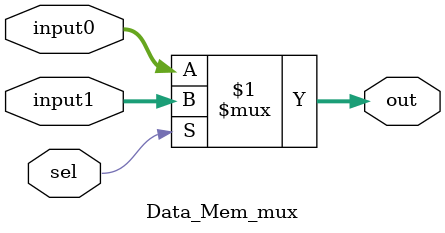
<source format=v>
`timescale 1ns / 1ps

module Data_Mem_mux(
    input sel,
    input [31:0] input0,
    input [31:0] input1,
    output [31:0] out
    );
    assign out= (sel)?input1:input0;
endmodule

</source>
